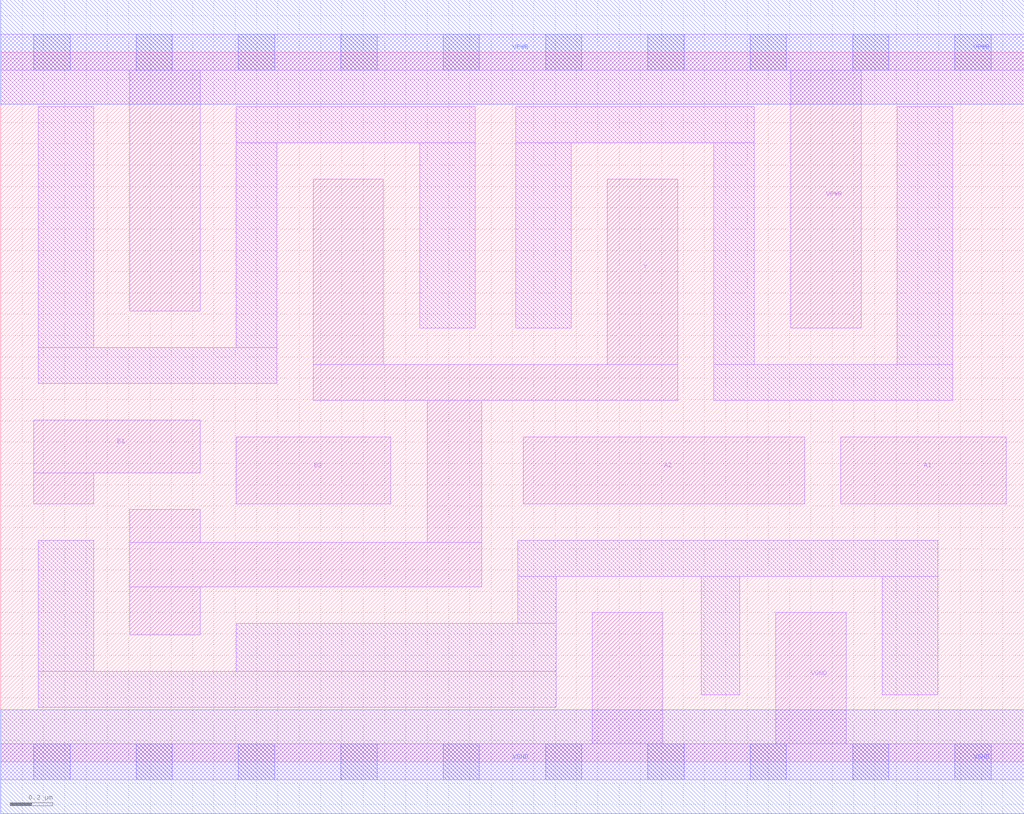
<source format=lef>
# Copyright 2020 The SkyWater PDK Authors
#
# Licensed under the Apache License, Version 2.0 (the "License");
# you may not use this file except in compliance with the License.
# You may obtain a copy of the License at
#
#     https://www.apache.org/licenses/LICENSE-2.0
#
# Unless required by applicable law or agreed to in writing, software
# distributed under the License is distributed on an "AS IS" BASIS,
# WITHOUT WARRANTIES OR CONDITIONS OF ANY KIND, either express or implied.
# See the License for the specific language governing permissions and
# limitations under the License.
#
# SPDX-License-Identifier: Apache-2.0

VERSION 5.7 ;
  NAMESCASESENSITIVE ON ;
  NOWIREEXTENSIONATPIN ON ;
  DIVIDERCHAR "/" ;
  BUSBITCHARS "[]" ;
UNITS
  DATABASE MICRONS 200 ;
END UNITS
MACRO sky130_fd_sc_lp__o22ai_2
  CLASS CORE ;
  SOURCE USER ;
  FOREIGN sky130_fd_sc_lp__o22ai_2 ;
  ORIGIN  0.000000  0.000000 ;
  SIZE  4.800000 BY  3.330000 ;
  SYMMETRY X Y R90 ;
  SITE unit ;
  PIN A1
    ANTENNAGATEAREA  0.630000 ;
    DIRECTION INPUT ;
    USE SIGNAL ;
    PORT
      LAYER li1 ;
        RECT 3.940000 1.210000 4.715000 1.525000 ;
    END
  END A1
  PIN A2
    ANTENNAGATEAREA  0.630000 ;
    DIRECTION INPUT ;
    USE SIGNAL ;
    PORT
      LAYER li1 ;
        RECT 2.450000 1.210000 3.770000 1.525000 ;
    END
  END A2
  PIN B1
    ANTENNAGATEAREA  0.630000 ;
    DIRECTION INPUT ;
    USE SIGNAL ;
    PORT
      LAYER li1 ;
        RECT 0.155000 1.210000 0.435000 1.355000 ;
        RECT 0.155000 1.355000 0.935000 1.605000 ;
    END
  END B1
  PIN B2
    ANTENNAGATEAREA  0.630000 ;
    DIRECTION INPUT ;
    USE SIGNAL ;
    PORT
      LAYER li1 ;
        RECT 1.105000 1.210000 1.830000 1.525000 ;
    END
  END B2
  PIN Y
    ANTENNADIFFAREA  1.176000 ;
    DIRECTION OUTPUT ;
    USE SIGNAL ;
    PORT
      LAYER li1 ;
        RECT 0.605000 0.595000 0.935000 0.820000 ;
        RECT 0.605000 0.820000 2.255000 1.030000 ;
        RECT 0.605000 1.030000 0.935000 1.185000 ;
        RECT 1.465000 1.695000 3.175000 1.865000 ;
        RECT 1.465000 1.865000 1.795000 2.735000 ;
        RECT 2.000000 1.030000 2.255000 1.695000 ;
        RECT 2.845000 1.865000 3.175000 2.735000 ;
    END
  END Y
  PIN VGND
    DIRECTION INOUT ;
    USE GROUND ;
    PORT
      LAYER li1 ;
        RECT 0.000000 -0.085000 4.800000 0.085000 ;
        RECT 2.775000  0.085000 3.105000 0.700000 ;
        RECT 3.635000  0.085000 3.965000 0.700000 ;
      LAYER mcon ;
        RECT 0.155000 -0.085000 0.325000 0.085000 ;
        RECT 0.635000 -0.085000 0.805000 0.085000 ;
        RECT 1.115000 -0.085000 1.285000 0.085000 ;
        RECT 1.595000 -0.085000 1.765000 0.085000 ;
        RECT 2.075000 -0.085000 2.245000 0.085000 ;
        RECT 2.555000 -0.085000 2.725000 0.085000 ;
        RECT 3.035000 -0.085000 3.205000 0.085000 ;
        RECT 3.515000 -0.085000 3.685000 0.085000 ;
        RECT 3.995000 -0.085000 4.165000 0.085000 ;
        RECT 4.475000 -0.085000 4.645000 0.085000 ;
      LAYER met1 ;
        RECT 0.000000 -0.245000 4.800000 0.245000 ;
    END
  END VGND
  PIN VPWR
    DIRECTION INOUT ;
    USE POWER ;
    PORT
      LAYER li1 ;
        RECT 0.000000 3.245000 4.800000 3.415000 ;
        RECT 0.605000 2.115000 0.935000 3.245000 ;
        RECT 3.705000 2.035000 4.035000 3.245000 ;
      LAYER mcon ;
        RECT 0.155000 3.245000 0.325000 3.415000 ;
        RECT 0.635000 3.245000 0.805000 3.415000 ;
        RECT 1.115000 3.245000 1.285000 3.415000 ;
        RECT 1.595000 3.245000 1.765000 3.415000 ;
        RECT 2.075000 3.245000 2.245000 3.415000 ;
        RECT 2.555000 3.245000 2.725000 3.415000 ;
        RECT 3.035000 3.245000 3.205000 3.415000 ;
        RECT 3.515000 3.245000 3.685000 3.415000 ;
        RECT 3.995000 3.245000 4.165000 3.415000 ;
        RECT 4.475000 3.245000 4.645000 3.415000 ;
      LAYER met1 ;
        RECT 0.000000 3.085000 4.800000 3.575000 ;
    END
  END VPWR
  OBS
    LAYER li1 ;
      RECT 0.175000 0.255000 2.605000 0.425000 ;
      RECT 0.175000 0.425000 0.435000 1.040000 ;
      RECT 0.175000 1.775000 1.295000 1.945000 ;
      RECT 0.175000 1.945000 0.435000 3.075000 ;
      RECT 1.105000 0.425000 2.605000 0.650000 ;
      RECT 1.105000 1.945000 1.295000 2.905000 ;
      RECT 1.105000 2.905000 2.225000 3.075000 ;
      RECT 1.965000 2.035000 2.225000 2.905000 ;
      RECT 2.415000 2.035000 2.675000 2.905000 ;
      RECT 2.415000 2.905000 3.535000 3.075000 ;
      RECT 2.425000 0.650000 2.605000 0.870000 ;
      RECT 2.425000 0.870000 4.395000 1.040000 ;
      RECT 3.285000 0.315000 3.465000 0.870000 ;
      RECT 3.345000 1.695000 4.465000 1.865000 ;
      RECT 3.345000 1.865000 3.535000 2.905000 ;
      RECT 4.135000 0.315000 4.395000 0.870000 ;
      RECT 4.205000 1.865000 4.465000 3.075000 ;
  END
END sky130_fd_sc_lp__o22ai_2

</source>
